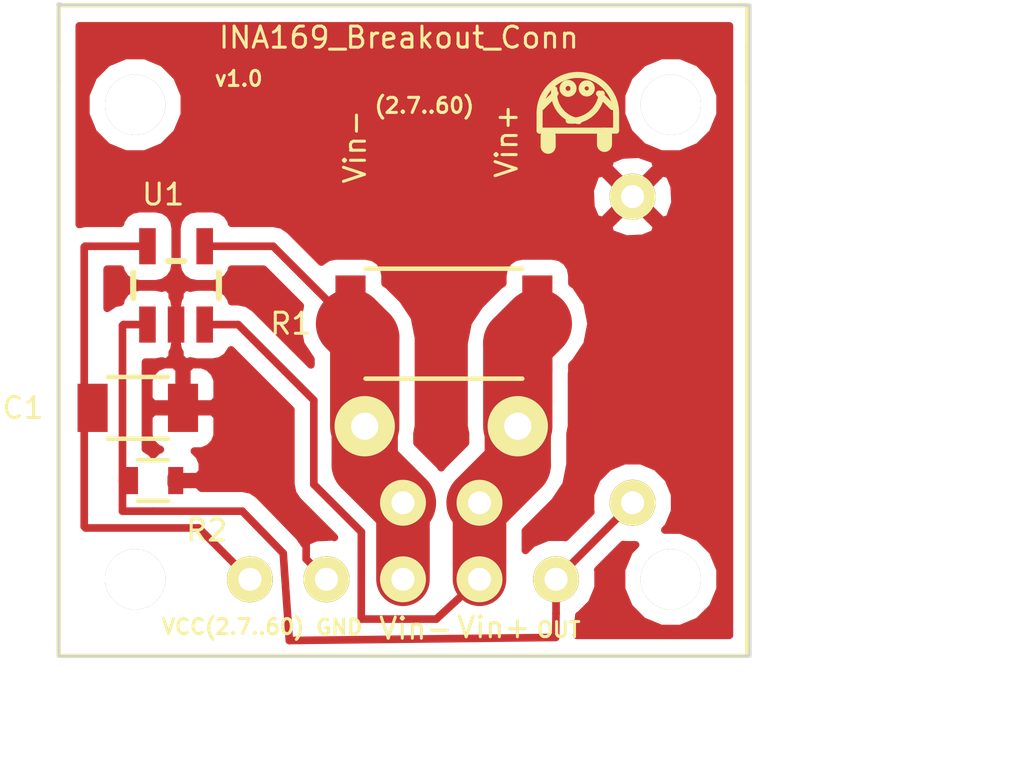
<source format=kicad_pcb>
(kicad_pcb (version 4) (host pcbnew "(2015-01-23 BZR 5386)-product")

  (general
    (links 17)
    (no_connects 0)
    (area 136.995699 93.465179 160.070001 115.218681)
    (thickness 1.6)
    (drawings 29)
    (tracks 51)
    (zones 0)
    (modules 5)
    (nets 6)
  )

  (page A4)
  (layers
    (0 F.Cu signal)
    (31 B.Cu signal)
    (32 B.Adhes user)
    (33 F.Adhes user)
    (34 B.Paste user)
    (35 F.Paste user)
    (36 B.SilkS user)
    (37 F.SilkS user)
    (38 B.Mask user)
    (39 F.Mask user)
    (40 Dwgs.User user)
    (41 Cmts.User user)
    (42 Eco1.User user)
    (43 Eco2.User user)
    (44 Edge.Cuts user)
    (45 Margin user)
    (46 B.CrtYd user)
    (47 F.CrtYd user)
    (48 B.Fab user)
    (49 F.Fab user)
  )

  (setup
    (last_trace_width 1.778)
    (user_trace_width 0.254)
    (user_trace_width 0.508)
    (user_trace_width 0.762)
    (user_trace_width 1.106)
    (user_trace_width 1.27)
    (user_trace_width 1.524)
    (user_trace_width 1.778)
    (trace_clearance 0.254)
    (zone_clearance 0.508)
    (zone_45_only no)
    (trace_min 0.254)
    (segment_width 0.2)
    (edge_width 0.1)
    (via_size 0.889)
    (via_drill 0.635)
    (via_min_size 0.889)
    (via_min_drill 0.508)
    (uvia_size 0.508)
    (uvia_drill 0.127)
    (uvias_allowed no)
    (uvia_min_size 0.508)
    (uvia_min_drill 0.127)
    (pcb_text_width 0.3)
    (pcb_text_size 1.5 1.5)
    (mod_edge_width 0.15)
    (mod_text_size 1 1)
    (mod_text_width 0.15)
    (pad_size 2 2)
    (pad_drill 0.9)
    (pad_to_mask_clearance 0)
    (aux_axis_origin 0 0)
    (visible_elements 7FFFFFFF)
    (pcbplotparams
      (layerselection 0x00030_80000001)
      (usegerberextensions false)
      (excludeedgelayer true)
      (linewidth 0.100000)
      (plotframeref false)
      (viasonmask false)
      (mode 1)
      (useauxorigin false)
      (hpglpennumber 1)
      (hpglpenspeed 20)
      (hpglpendiameter 15)
      (hpglpenoverlay 2)
      (psnegative false)
      (psa4output false)
      (plotreference true)
      (plotvalue true)
      (plotinvisibletext false)
      (padsonsilk false)
      (subtractmaskfromsilk false)
      (outputformat 1)
      (mirror false)
      (drillshape 0)
      (scaleselection 1)
      (outputdirectory ""))
  )

  (net 0 "")
  (net 1 "Net-(C1-Pad1)")
  (net 2 GND)
  (net 3 "Net-(J1-Pad3)")
  (net 4 "Net-(J1-Pad5)")
  (net 5 "Net-(J1-Pad4)")

  (net_class Default "Dies ist die voreingestellte Netzklasse."
    (clearance 0.254)
    (trace_width 0.254)
    (via_dia 0.889)
    (via_drill 0.635)
    (uvia_dia 0.508)
    (uvia_drill 0.127)
    (add_net GND)
    (add_net "Net-(C1-Pad1)")
    (add_net "Net-(J1-Pad4)")
    (add_net "Net-(J1-Pad5)")
  )

  (net_class Load ""
    (clearance 0.254)
    (trace_width 2.2)
    (via_dia 0.889)
    (via_drill 0.635)
    (uvia_dia 0.508)
    (uvia_drill 0.127)
    (add_net "Net-(J1-Pad3)")
  )

  (module ina169_breakout:ina169_breakout_footprint (layer F.Cu) (tedit 54E6413F) (tstamp 54E61CA1)
    (at 148.5011 105.0036)
    (path /54E30C13)
    (fp_text reference J1 (at -3.7211 -8.4836) (layer F.SilkS) hide
      (effects (font (size 1.5 1.5) (thickness 0.15)))
    )
    (fp_text value INA169_Breakout_Conn (at -0.137145 -10.35925) (layer F.SilkS)
      (effects (font (size 0.7 0.7) (thickness 0.1)))
    )
    (fp_line (start 11.43 10.16) (end -11.43 10.16) (layer F.SilkS) (width 0.15))
    (fp_line (start -11.43 -8.89) (end -11.43 -11.43) (layer F.SilkS) (width 0.15))
    (fp_line (start -11.43 -11.43) (end 11.43 -11.43) (layer F.SilkS) (width 0.15))
    (fp_line (start 11.43 -11.43) (end 11.43 -8.89) (layer F.SilkS) (width 0.15))
    (fp_line (start 11.43 -8.89) (end 11.43 -10.16) (layer F.SilkS) (width 0.15))
    (fp_line (start 11.43 10.16) (end 11.43 -8.89) (layer F.SilkS) (width 0.15))
    (fp_line (start -11.43 -8.89) (end -11.43 10.16) (layer F.SilkS) (width 0.15))
    (pad 5 thru_hole circle (at 7.62 5.08) (size 1.524 1.524) (drill 0.762) (layers *.Cu *.Mask F.SilkS)
      (net 4 "Net-(J1-Pad5)"))
    (pad 2 thru_hole circle (at 7.62 -5.08) (size 1.524 1.524) (drill 0.762) (layers *.Cu *.Mask F.SilkS)
      (net 2 GND))
    (pad 3 thru_hole circle (at -1.27 2.54) (size 2 2) (drill 0.9) (layers *.Cu *.Mask F.SilkS)
      (net 3 "Net-(J1-Pad3)"))
    (pad 4 thru_hole circle (at 3.81 2.54) (size 2 2) (drill 0.9) (layers *.Cu *.Mask F.SilkS)
      (net 5 "Net-(J1-Pad4)"))
    (pad 3 thru_hole circle (at 0 5.08) (size 1.524 1.524) (drill 0.762) (layers *.Cu *.Mask F.SilkS)
      (net 3 "Net-(J1-Pad3)"))
    (pad 4 thru_hole circle (at 2.54 5.08) (size 1.524 1.524) (drill 0.762) (layers *.Cu *.Mask F.SilkS)
      (net 5 "Net-(J1-Pad4)"))
    (pad 2 thru_hole circle (at -2.54 7.62) (size 1.524 1.524) (drill 0.762) (layers *.Cu *.Mask F.SilkS)
      (net 2 GND))
    (pad 1 thru_hole circle (at -5.08 7.62) (size 1.524 1.524) (drill 0.762) (layers *.Cu *.Mask F.SilkS)
      (net 1 "Net-(C1-Pad1)"))
    (pad 5 thru_hole circle (at 5.08 7.62) (size 1.524 1.524) (drill 0.762) (layers *.Cu *.Mask F.SilkS)
      (net 4 "Net-(J1-Pad5)"))
    (pad 4 thru_hole circle (at 2.54 7.62) (size 1.524 1.524) (drill 0.762) (layers *.Cu *.Mask F.SilkS)
      (net 5 "Net-(J1-Pad4)"))
    (pad 3 thru_hole circle (at 0 7.62) (size 1.524 1.524) (drill 0.762) (layers *.Cu *.Mask F.SilkS)
      (net 3 "Net-(J1-Pad3)"))
    (pad "" thru_hole circle (at -8.89 7.62) (size 2 2) (drill 2) (layers *.Cu *.Mask F.SilkS))
    (pad "" thru_hole circle (at 8.89 7.62) (size 2 2) (drill 2) (layers *.Cu *.Mask F.SilkS))
    (pad "" thru_hole circle (at -8.89 -8.128) (size 2 2) (drill 2) (layers *.Cu *.Mask F.SilkS))
    (pad "" thru_hole circle (at 8.89 -8.128) (size 2 2) (drill 2) (layers *.Cu *.Mask F.SilkS))
  )

  (module Resistors_SMD:R_2512 (layer F.Cu) (tedit 54E4D748) (tstamp 54E35950)
    (at 149.86 104.14 180)
    (descr "Resistor SMD 2512, reflow soldering, Vishay (see dcrcw.pdf)")
    (tags "resistor 2512")
    (path /54E30DE5)
    (attr smd)
    (fp_text reference R1 (at 5.08 0 180) (layer F.SilkS)
      (effects (font (size 0.7 0.7) (thickness 0.1)))
    )
    (fp_text value "0.1 1% 2W" (at 0 0 180) (layer F.SilkS) hide
      (effects (font (size 0.7 0.7) (thickness 0.1)))
    )
    (fp_line (start -3.9 -1.95) (end 3.9 -1.95) (layer F.CrtYd) (width 0.05))
    (fp_line (start -3.9 1.95) (end 3.9 1.95) (layer F.CrtYd) (width 0.05))
    (fp_line (start -3.9 -1.95) (end -3.9 1.95) (layer F.CrtYd) (width 0.05))
    (fp_line (start 3.9 -1.95) (end 3.9 1.95) (layer F.CrtYd) (width 0.05))
    (fp_line (start 2.6 1.825) (end -2.6 1.825) (layer F.SilkS) (width 0.15))
    (fp_line (start -2.6 -1.825) (end 2.6 -1.825) (layer F.SilkS) (width 0.15))
    (pad 1 smd rect (at -3.1 0 180) (size 1 3.2) (layers F.Cu F.Paste F.Mask)
      (net 5 "Net-(J1-Pad4)"))
    (pad 2 smd rect (at 3.1 0 180) (size 1 3.2) (layers F.Cu F.Paste F.Mask)
      (net 3 "Net-(J1-Pad3)"))
    (model Resistors_SMD/R_2512.wrl
      (at (xyz 0 0 0))
      (scale (xyz 1 1 1))
      (rotate (xyz 0 0 0))
    )
  )

  (module ina169_breakout:ina169_ic_sot23-5 (layer F.Cu) (tedit 54E64208) (tstamp 54E33BF8)
    (at 140.97 102.87)
    (descr "<b>Small Outline Transistor</b>")
    (path /54E31222)
    (fp_text reference U1 (at 0.337965 -3.427577) (layer F.SilkS)
      (effects (font (size 0.7 0.7) (thickness 0.1)) (justify right top))
    )
    (fp_text value INA169_IC (at 1.27 3.81) (layer F.SilkS) hide
      (effects (font (size 0.5 0.5) (thickness 0.1)) (justify right top))
    )
    (fp_line (start 1.4224 -0.4294) (end 1.4224 0.4294) (layer F.SilkS) (width 0.2032))
    (fp_line (start 1.4 0.8) (end -1.4 0.8) (layer Dwgs.User) (width 0.1524))
    (fp_line (start -1.4224 0.4294) (end -1.4224 -0.4294) (layer F.SilkS) (width 0.2032))
    (fp_line (start -1.4 -0.8) (end 1.4 -0.8) (layer Dwgs.User) (width 0.1524))
    (fp_line (start -0.2684 -0.8104) (end 0.2684 -0.8104) (layer F.SilkS) (width 0.2032))
    (fp_line (start 1.4 -0.8) (end 1.4 0.8) (layer Dwgs.User) (width 0.1524))
    (fp_line (start -1.4 -0.8) (end -1.4 0.8) (layer Dwgs.User) (width 0.1524))
    (fp_poly (pts (xy -1.2 1.5) (xy -0.7 1.5) (xy -0.7 0.85) (xy -1.2 0.85)) (layer Dwgs.User) (width 0.15))
    (fp_poly (pts (xy -0.25 1.5) (xy 0.25 1.5) (xy 0.25 0.85) (xy -0.25 0.85)) (layer Dwgs.User) (width 0.15))
    (fp_poly (pts (xy 0.7 1.5) (xy 1.2 1.5) (xy 1.2 0.85) (xy 0.7 0.85)) (layer Dwgs.User) (width 0.15))
    (fp_poly (pts (xy 0.7 -0.85) (xy 1.2 -0.85) (xy 1.2 -1.5) (xy 0.7 -1.5)) (layer Dwgs.User) (width 0.15))
    (fp_poly (pts (xy -1.2 -0.85) (xy -0.7 -0.85) (xy -0.7 -1.5) (xy -1.2 -1.5)) (layer Dwgs.User) (width 0.15))
    (pad 1 smd rect (at -0.95 1.3001) (size 0.55 1.2) (layers F.Cu F.Paste F.Mask)
      (net 4 "Net-(J1-Pad5)"))
    (pad 2 smd rect (at 0 1.3001) (size 0.55 1.2) (layers F.Cu F.Paste F.Mask)
      (net 2 GND))
    (pad 3 smd rect (at 0.95 1.3001) (size 0.55 1.2) (layers F.Cu F.Paste F.Mask)
      (net 5 "Net-(J1-Pad4)"))
    (pad 4 smd rect (at 0.95 -1.3001) (size 0.55 1.2) (layers F.Cu F.Paste F.Mask)
      (net 3 "Net-(J1-Pad3)"))
    (pad 5 smd rect (at -0.95 -1.3001) (size 0.55 1.2) (layers F.Cu F.Paste F.Mask)
      (net 1 "Net-(C1-Pad1)"))
  )

  (module Capacitors_SMD:C_1206 (layer F.Cu) (tedit 54E4D73A) (tstamp 54E35945)
    (at 139.7 106.934)
    (descr "Capacitor SMD 1206, reflow soldering, AVX (see smccp.pdf)")
    (tags "capacitor 1206")
    (path /54E30F8E)
    (attr smd)
    (fp_text reference C1 (at -3.81 0) (layer F.SilkS)
      (effects (font (size 0.7 0.7) (thickness 0.1)))
    )
    (fp_text value 0.1uF (at -2.54 -2.54) (layer F.SilkS) hide
      (effects (font (size 0.7 0.7) (thickness 0.1)))
    )
    (fp_line (start -2.3 -1.15) (end 2.3 -1.15) (layer F.CrtYd) (width 0.05))
    (fp_line (start -2.3 1.15) (end 2.3 1.15) (layer F.CrtYd) (width 0.05))
    (fp_line (start -2.3 -1.15) (end -2.3 1.15) (layer F.CrtYd) (width 0.05))
    (fp_line (start 2.3 -1.15) (end 2.3 1.15) (layer F.CrtYd) (width 0.05))
    (fp_line (start 1 -1.025) (end -1 -1.025) (layer F.SilkS) (width 0.15))
    (fp_line (start -1 1.025) (end 1 1.025) (layer F.SilkS) (width 0.15))
    (pad 1 smd rect (at -1.5 0) (size 1 1.6) (layers F.Cu F.Paste F.Mask)
      (net 1 "Net-(C1-Pad1)"))
    (pad 2 smd rect (at 1.5 0) (size 1 1.6) (layers F.Cu F.Paste F.Mask)
      (net 2 GND))
    (model Capacitors_SMD/C_1206.wrl
      (at (xyz 0 0 0))
      (scale (xyz 1 1 1))
      (rotate (xyz 0 0 0))
    )
  )

  (module Resistors_SMD:R_0603 (layer F.Cu) (tedit 54E6421D) (tstamp 54E3595B)
    (at 140.208 109.347)
    (descr "Resistor SMD 0603, reflow soldering, Vishay (see dcrcw.pdf)")
    (tags "resistor 0603")
    (path /54E30D69)
    (attr smd)
    (fp_text reference R2 (at 1.781023 1.656022) (layer F.SilkS)
      (effects (font (size 0.7 0.7) (thickness 0.1)))
    )
    (fp_text value "10K 1%" (at 0.33274 -3.20802 180) (layer F.SilkS) hide
      (effects (font (size 0.7 0.7) (thickness 0.1)))
    )
    (fp_line (start -1.3 -0.8) (end 1.3 -0.8) (layer F.CrtYd) (width 0.05))
    (fp_line (start -1.3 0.8) (end 1.3 0.8) (layer F.CrtYd) (width 0.05))
    (fp_line (start -1.3 -0.8) (end -1.3 0.8) (layer F.CrtYd) (width 0.05))
    (fp_line (start 1.3 -0.8) (end 1.3 0.8) (layer F.CrtYd) (width 0.05))
    (fp_line (start 0.5 0.675) (end -0.5 0.675) (layer F.SilkS) (width 0.15))
    (fp_line (start -0.5 -0.675) (end 0.5 -0.675) (layer F.SilkS) (width 0.15))
    (pad 1 smd rect (at -0.75 0) (size 0.5 0.9) (layers F.Cu F.Paste F.Mask)
      (net 4 "Net-(J1-Pad5)"))
    (pad 2 smd rect (at 0.75 0) (size 0.5 0.9) (layers F.Cu F.Paste F.Mask)
      (net 2 GND))
    (model Resistors_SMD/R_0603.wrl
      (at (xyz 0 0 0))
      (scale (xyz 1 1 1))
      (rotate (xyz 0 0 0))
    )
  )

  (gr_text Vin+ (at 151.938991 98.078265 90) (layer F.SilkS)
    (effects (font (size 0.7 0.7) (thickness 0.1)))
  )
  (gr_text Vin- (at 146.905717 98.266425 90) (layer F.SilkS)
    (effects (font (size 0.7 0.7) (thickness 0.1)))
  )
  (gr_line (start 137.07364 93.51518) (end 137.07364 115.16868) (angle 90) (layer Edge.Cuts) (width 0.1))
  (gr_line (start 160.02 93.57106) (end 160.02 115.16868) (angle 90) (layer Edge.Cuts) (width 0.1))
  (gr_line (start 137.16 93.54312) (end 137.0457 93.54312) (angle 90) (layer Edge.Cuts) (width 0.1))
  (gr_line (start 160.02 115.16868) (end 137.16 115.16868) (angle 90) (layer Edge.Cuts) (width 0.1))
  (gr_line (start 137.07364 93.57106) (end 160.02 93.57106) (angle 90) (layer Edge.Cuts) (width 0.1))
  (dimension 22.931388 (width 0.3) (layer B.Fab)
    (gr_text "22,931 mm" (at 148.484532 119.46) (layer B.Fab)
      (effects (font (size 1.5 1.5) (thickness 0.3)))
    )
    (feature1 (pts (xy 159.950226 115.112529) (xy 159.950226 120.81)))
    (feature2 (pts (xy 137.018838 115.112529) (xy 137.018838 120.81)))
    (crossbar (pts (xy 137.018838 118.11) (xy 159.950226 118.11)))
    (arrow1a (pts (xy 159.950226 118.11) (xy 158.823722 118.696421)))
    (arrow1b (pts (xy 159.950226 118.11) (xy 158.823722 117.523579)))
    (arrow2a (pts (xy 137.018838 118.11) (xy 138.145342 118.696421)))
    (arrow2b (pts (xy 137.018838 118.11) (xy 138.145342 117.523579)))
  )
  (dimension 21.564616 (width 0.3) (layer B.Fab) (tstamp 54E3B59A)
    (gr_text "21,565 mm" (at 162.56 104.14 270) (layer B.Fab) (tstamp 54E3B59B)
      (effects (font (size 1.5 1.5) (thickness 0.3)))
    )
    (feature1 (pts (xy 159.988192 115.112529) (xy 167.799999 115.112529)))
    (feature2 (pts (xy 159.988192 93.547913) (xy 167.799999 93.547913)))
    (crossbar (pts (xy 165.099999 93.547913) (xy 165.099999 115.112529)))
    (arrow1a (pts (xy 165.099999 115.112529) (xy 164.513578 113.986025)))
    (arrow1b (pts (xy 165.099999 115.112529) (xy 165.68642 113.986025)))
    (arrow2a (pts (xy 165.099999 93.547913) (xy 164.513578 94.674417)))
    (arrow2b (pts (xy 165.099999 93.547913) (xy 165.68642 94.674417)))
  )
  (gr_text v1.0 (at 143.048443 96.008508) (layer F.SilkS)
    (effects (font (size 0.5 0.5) (thickness 0.1)))
  )
  (gr_text "(2.7..60)" (at 149.210674 96.902266) (layer F.SilkS)
    (effects (font (size 0.5 0.5) (thickness 0.1)))
  )
  (gr_line (start 153.56332 96.4946) (end 153.09596 96.96196) (angle 90) (layer F.SilkS) (width 0.2))
  (gr_line (start 155.00604 96.50476) (end 155.45308 96.9518) (angle 90) (layer F.SilkS) (width 0.2) (tstamp 54E39316))
  (gr_circle (center 153.97988 96.33204) (end 154.14244 96.41332) (layer F.SilkS) (width 0.2))
  (gr_circle (center 154.59964 96.33204) (end 154.68932 96.47428) (layer F.SilkS) (width 0.2) (tstamp 54E3939A))
  (gr_arc (start 154.4574 96.48444) (end 154.33548 97.41916) (angle 90) (layer F.SilkS) (width 0.2))
  (gr_arc (start 154.1018 96.40316) (end 155.09748 96.50476) (angle 90) (layer F.SilkS) (width 0.2))
  (gr_line (start 155.18892 98.19132) (end 155.18892 97.8822) (angle 90) (layer F.SilkS) (width 0.5) (tstamp 54E39370))
  (gr_line (start 153.31948 98.25228) (end 153.31948 97.92284) (angle 90) (layer F.SilkS) (width 0.5))
  (gr_line (start 155.575 97.73412) (end 155.575 97.155) (angle 90) (layer F.SilkS) (width 0.2))
  (gr_line (start 153.035 97.73412) (end 155.575 97.73412) (angle 90) (layer F.SilkS) (width 0.2))
  (gr_line (start 153.035 97.155) (end 153.035 97.73412) (angle 90) (layer F.SilkS) (width 0.2))
  (gr_arc (start 154.305 97.155) (end 153.035 97.155) (angle 90) (layer F.SilkS) (width 0.2))
  (gr_arc (start 154.305 97.155) (end 154.305 95.885) (angle 90) (layer F.SilkS) (width 0.2))
  (gr_text Vin+ (at 151.515631 114.212963) (layer F.SilkS)
    (effects (font (size 0.7 0.7) (thickness 0.1)))
  )
  (gr_text Vin- (at 148.928435 114.260002) (layer F.SilkS)
    (effects (font (size 0.7 0.7) (thickness 0.1)))
  )
  (gr_text OUT (at 153.67 114.3) (layer F.SilkS)
    (effects (font (size 0.5 0.5) (thickness 0.1)))
  )
  (gr_text GND (at 146.388278 114.212963) (layer F.SilkS)
    (effects (font (size 0.5 0.5) (thickness 0.1)))
  )
  (gr_text "VCC(2.7..60)" (at 142.865583 114.201348) (layer F.SilkS)
    (effects (font (size 0.5 0.5) (thickness 0.1)))
  )

  (segment (start 140.02 101.5699) (end 137.9521 101.5699) (width 0.254) (layer F.Cu) (net 1))
  (segment (start 137.922 101.6) (end 137.922 106.172) (width 0.254) (layer F.Cu) (net 1) (tstamp 54E70917))
  (segment (start 137.9521 101.5699) (end 137.922 101.6) (width 0.254) (layer F.Cu) (net 1) (tstamp 54E70911))
  (segment (start 137.922 106.172) (end 138.2 106.934) (width 0.254) (layer F.Cu) (net 1) (tstamp 54E7091E))
  (segment (start 141.7179 110.9204) (end 137.9714 110.9204) (width 0.254) (layer F.Cu) (net 1))
  (segment (start 143.4211 112.6236) (end 141.7179 110.9204) (width 0.254) (layer F.Cu) (net 1) (tstamp 54E64050))
  (segment (start 137.922 110.871) (end 137.922 107.696) (width 0.254) (layer F.Cu) (net 1) (tstamp 54E70903))
  (segment (start 137.9714 110.9204) (end 137.922 110.871) (width 0.254) (layer F.Cu) (net 1) (tstamp 54E70900))
  (segment (start 137.922 107.696) (end 138.2 106.934) (width 0.254) (layer F.Cu) (net 1) (tstamp 54E70908))
  (segment (start 140.015572 101.574328) (end 140.02 101.5699) (width 0.254) (layer F.Cu) (net 1) (tstamp 54E70884))
  (segment (start 145.288 110.744) (end 145.288 110.363) (width 0.254) (layer F.Cu) (net 2))
  (segment (start 143.891 108.966) (end 143.891 106.565) (width 0.254) (layer F.Cu) (net 2) (tstamp 54E70484))
  (segment (start 145.288 110.363) (end 143.891 108.966) (width 0.254) (layer F.Cu) (net 2) (tstamp 54E70483))
  (segment (start 142.621 106.565) (end 143.891 106.565) (width 0.254) (layer F.Cu) (net 2) (status 10))
  (segment (start 145.288 111.9505) (end 145.9611 112.6236) (width 0.254) (layer F.Cu) (net 2) (tstamp 54E703C5))
  (segment (start 145.288 110.744) (end 145.288 111.9505) (width 0.254) (layer F.Cu) (net 2) (tstamp 54E70481))
  (segment (start 147.2311 104.6111) (end 146.76 104.14) (width 0.254) (layer F.Cu) (net 3) (tstamp 54E62709))
  (segment (start 144.1899 101.5699) (end 146.76 104.14) (width 0.254) (layer F.Cu) (net 3) (tstamp 54E63B2F))
  (segment (start 141.92 101.5699) (end 144.1899 101.5699) (width 0.254) (layer F.Cu) (net 3))
  (segment (start 147.2311 104.6111) (end 146.76 104.14) (width 2.3) (layer F.Cu) (net 3) (tstamp 54E63EEB))
  (segment (start 147.2311 107.5436) (end 147.2311 104.6111) (width 2.3) (layer F.Cu) (net 3))
  (segment (start 147.2311 108.8136) (end 148.5011 110.0836) (width 2.2) (layer F.Cu) (net 3) (tstamp 54E63F39))
  (segment (start 147.2311 107.5436) (end 147.2311 108.8136) (width 2.2) (layer F.Cu) (net 3))
  (segment (start 148.5011 112.6236) (end 148.5011 110.0836) (width 1.778) (layer F.Cu) (net 3))
  (segment (start 139.458 109.347) (end 139.192 109.347) (width 0.254) (layer F.Cu) (net 4))
  (segment (start 140.02 104.1701) (end 139.2221 104.1701) (width 0.254) (layer F.Cu) (net 4))
  (segment (start 139.192 110.363) (end 140.213 110.363) (width 0.254) (layer F.Cu) (net 4) (tstamp 54E70846))
  (segment (start 139.192 104.2002) (end 139.192 109.347) (width 0.254) (layer F.Cu) (net 4) (tstamp 54E7083D))
  (segment (start 139.192 109.347) (end 139.192 110.363) (width 0.254) (layer F.Cu) (net 4) (tstamp 54E7086A))
  (segment (start 139.2221 104.1701) (end 139.192 104.2002) (width 0.254) (layer F.Cu) (net 4) (tstamp 54E7083A))
  (segment (start 140.213 110.363) (end 143.167295 110.363) (width 0.254) (layer F.Cu) (net 4) (tstamp 54E707E7))
  (segment (start 153.5811 113.7539) (end 153.5811 112.6236) (width 0.254) (layer F.Cu) (net 4) (tstamp 54E701E4))
  (segment (start 143.167295 110.363) (end 144.526 111.76) (width 0.254) (layer F.Cu) (net 4) (tstamp 54E707ED))
  (segment (start 144.526 111.76) (end 144.7292 114.6556) (width 0.254) (layer F.Cu) (net 4) (tstamp 54E701D7))
  (segment (start 144.7292 114.6556) (end 153.5684 114.554) (width 0.254) (layer F.Cu) (net 4) (tstamp 54E701DB))
  (segment (start 153.5684 114.554) (end 153.5811 113.7539) (width 0.254) (layer F.Cu) (net 4) (tstamp 54E701DE))
  (segment (start 153.5811 112.6236) (end 156.1211 110.0836) (width 0.254) (layer F.Cu) (net 4))
  (segment (start 143.0321 104.1701) (end 145.542 106.68) (width 0.254) (layer F.Cu) (net 5) (tstamp 54E7048B))
  (segment (start 145.542 106.68) (end 145.542 109.474) (width 0.254) (layer F.Cu) (net 5) (tstamp 54E70491))
  (segment (start 145.542 109.474) (end 147.120098 111.052098) (width 0.254) (layer F.Cu) (net 5) (tstamp 54E70493))
  (segment (start 147.120098 111.052098) (end 147.1168 113.9444) (width 0.254) (layer F.Cu) (net 5) (tstamp 54E70495))
  (segment (start 141.92 104.1701) (end 143.0321 104.1701) (width 0.254) (layer F.Cu) (net 5))
  (segment (start 149.606 113.9444) (end 151.0411 112.6236) (width 0.254) (layer F.Cu) (net 5) (tstamp 54E704F3) (status 800000))
  (segment (start 147.1168 113.9444) (end 149.606 113.9444) (width 0.254) (layer F.Cu) (net 5) (tstamp 54E704EF))
  (segment (start 151.13 109.9947) (end 151.0411 110.0836) (width 0.254) (layer F.Cu) (net 5) (tstamp 54E61D15))
  (segment (start 151.0411 112.6236) (end 151.0411 110.0836) (width 1.778) (layer F.Cu) (net 5))
  (segment (start 152.3111 108.8136) (end 151.0411 110.0836) (width 2.2) (layer F.Cu) (net 5) (tstamp 54E6249B))
  (segment (start 152.3111 107.5436) (end 152.3111 108.8136) (width 2.2) (layer F.Cu) (net 5))
  (segment (start 152.3111 104.7889) (end 152.96 104.14) (width 0.254) (layer F.Cu) (net 5) (tstamp 54E62705))
  (segment (start 152.3111 104.7889) (end 152.96 104.14) (width 2.3) (layer F.Cu) (net 5) (tstamp 54E63EE5))
  (segment (start 152.3111 107.5436) (end 152.3111 104.7889) (width 2.3) (layer F.Cu) (net 5))

  (zone (net 2) (net_name GND) (layer F.Cu) (tstamp 54E362A9) (hatch edge 0.508)
    (connect_pads (clearance 0.508))
    (min_thickness 0.254)
    (fill yes (arc_segments 16) (thermal_gap 0.508) (thermal_bridge_width 0.508))
    (polygon
      (pts
        (xy 137.322565 94.003503) (xy 159.646499 94.041469) (xy 159.646499 114.770836) (xy 137.360531 114.808802)
      )
    )
    (filled_polygon
      (pts
        (xy 146.154847 112.637742) (xy 145.975242 112.817347) (xy 145.9611 112.803205) (xy 145.946957 112.817347) (xy 145.767352 112.637742)
        (xy 145.781495 112.6236) (xy 145.767352 112.609457) (xy 145.946957 112.429852) (xy 145.9611 112.443995) (xy 145.975242 112.429852)
        (xy 146.154847 112.609457) (xy 146.140705 112.6236) (xy 146.154847 112.637742)
      )
    )
    (filled_polygon
      (pts
        (xy 159.335 114.48368) (xy 154.264169 114.48368) (xy 154.338107 113.840989) (xy 154.33663 113.822977) (xy 154.371403 113.80861)
        (xy 154.764729 113.41597) (xy 154.977857 112.9027) (xy 154.978342 112.346939) (xy 154.965784 112.316546) (xy 155.813717 111.468613)
        (xy 155.842 111.480357) (xy 156.221747 111.480688) (xy 156.005822 111.696237) (xy 155.756384 112.296952) (xy 155.755816 112.947395)
        (xy 156.004206 113.548543) (xy 156.463737 114.008878) (xy 157.064452 114.258316) (xy 157.714895 114.258884) (xy 158.316043 114.010494)
        (xy 158.776378 113.550963) (xy 159.025816 112.950248) (xy 159.026384 112.299805) (xy 159.026384 96.551805) (xy 158.777994 95.950657)
        (xy 158.318463 95.490322) (xy 157.717748 95.240884) (xy 157.067305 95.240316) (xy 156.466157 95.488706) (xy 156.005822 95.948237)
        (xy 155.756384 96.548952) (xy 155.755816 97.199395) (xy 156.004206 97.800543) (xy 156.463737 98.260878) (xy 157.064452 98.510316)
        (xy 157.714895 98.510884) (xy 158.316043 98.262494) (xy 158.776378 97.802963) (xy 159.025816 97.202248) (xy 159.026384 96.551805)
        (xy 159.026384 112.299805) (xy 158.777994 111.698657) (xy 158.318463 111.238322) (xy 157.717748 110.988884) (xy 157.530244 110.988719)
        (xy 157.530244 100.131298) (xy 157.502462 99.576232) (xy 157.343497 99.192457) (xy 157.101313 99.122992) (xy 156.921708 99.302597)
        (xy 156.921708 98.943387) (xy 156.852243 98.701203) (xy 156.328798 98.514456) (xy 155.773732 98.542238) (xy 155.389957 98.701203)
        (xy 155.320492 98.943387) (xy 156.1211 99.743995) (xy 156.921708 98.943387) (xy 156.921708 99.302597) (xy 156.300705 99.9236)
        (xy 157.101313 100.724208) (xy 157.343497 100.654743) (xy 157.530244 100.131298) (xy 157.530244 110.988719) (xy 157.192077 110.988424)
        (xy 157.304729 110.87597) (xy 157.517857 110.3627) (xy 157.518342 109.806939) (xy 157.30611 109.293297) (xy 156.921708 108.908223)
        (xy 156.921708 100.903813) (xy 156.1211 100.103205) (xy 155.941495 100.28281) (xy 155.941495 99.9236) (xy 155.140887 99.122992)
        (xy 154.898703 99.192457) (xy 154.711956 99.715902) (xy 154.739738 100.270968) (xy 154.898703 100.654743) (xy 155.140887 100.724208)
        (xy 155.941495 99.9236) (xy 155.941495 100.28281) (xy 155.320492 100.903813) (xy 155.389957 101.145997) (xy 155.913402 101.332744)
        (xy 156.468468 101.304962) (xy 156.852243 101.145997) (xy 156.921708 100.903813) (xy 156.921708 108.908223) (xy 156.91347 108.899971)
        (xy 156.4002 108.686843) (xy 155.844439 108.686358) (xy 155.330797 108.89859) (xy 154.937471 109.29123) (xy 154.724343 109.8045)
        (xy 154.723858 110.360261) (xy 154.736415 110.390653) (xy 153.888482 111.238586) (xy 153.8602 111.226843) (xy 153.304439 111.226358)
        (xy 152.790797 111.43859) (xy 152.5651 111.663893) (xy 152.5651 111.01326) (xy 153.53793 110.04043) (xy 153.914031 109.477556)
        (xy 154.046099 108.8136) (xy 154.0461 108.8136) (xy 154.0461 107.794967) (xy 154.0961 107.5436) (xy 154.0961 105.796547)
        (xy 154.10744 105.74) (xy 154.10744 105.516931) (xy 154.222185 105.402186) (xy 154.609125 104.82309) (xy 154.745 104.14)
        (xy 154.609125 103.45691) (xy 154.222185 102.877815) (xy 154.10744 102.801144) (xy 154.10744 102.54) (xy 154.060463 102.297877)
        (xy 153.920673 102.085073) (xy 153.70964 101.942623) (xy 153.46 101.89256) (xy 152.46 101.89256) (xy 152.217877 101.939537)
        (xy 152.005073 102.079327) (xy 151.862623 102.29036) (xy 151.81256 102.54) (xy 151.81256 102.801144) (xy 151.697814 102.877815)
        (xy 151.048914 103.526714) (xy 150.661975 104.10581) (xy 150.526099 104.7889) (xy 150.5261 104.788905) (xy 150.5261 107.5436)
        (xy 150.5761 107.794967) (xy 150.5761 108.09494) (xy 149.81427 108.85677) (xy 149.7711 108.921378) (xy 149.72793 108.85677)
        (xy 148.9661 108.09494) (xy 148.9661 107.794967) (xy 149.0161 107.5436) (xy 149.0161 104.611105) (xy 149.0161 104.6111)
        (xy 149.016101 104.6111) (xy 148.880225 103.92801) (xy 148.493286 103.348914) (xy 148.022186 102.877814) (xy 147.90744 102.801143)
        (xy 147.90744 102.54) (xy 147.860463 102.297877) (xy 147.720673 102.085073) (xy 147.50964 101.942623) (xy 147.26 101.89256)
        (xy 146.26 101.89256) (xy 146.017877 101.939537) (xy 145.805073 102.079327) (xy 145.793742 102.096112) (xy 144.728715 101.031085)
        (xy 144.481505 100.865904) (xy 144.1899 100.8079) (xy 142.811008 100.8079) (xy 142.795463 100.727777) (xy 142.655673 100.514973)
        (xy 142.44464 100.372523) (xy 142.195 100.32246) (xy 141.645 100.32246) (xy 141.402877 100.369437) (xy 141.246384 100.472236)
        (xy 141.246384 96.551805) (xy 140.997994 95.950657) (xy 140.538463 95.490322) (xy 139.937748 95.240884) (xy 139.287305 95.240316)
        (xy 138.686157 95.488706) (xy 138.225822 95.948237) (xy 137.976384 96.548952) (xy 137.975816 97.199395) (xy 138.224206 97.800543)
        (xy 138.683737 98.260878) (xy 139.284452 98.510316) (xy 139.934895 98.510884) (xy 140.536043 98.262494) (xy 140.996378 97.802963)
        (xy 141.245816 97.202248) (xy 141.246384 96.551805) (xy 141.246384 100.472236) (xy 141.190073 100.509227) (xy 141.047623 100.72026)
        (xy 140.99756 100.9699) (xy 140.99756 102.1699) (xy 141.044537 102.412023) (xy 141.184327 102.624827) (xy 141.39536 102.767277)
        (xy 141.645 102.81734) (xy 142.195 102.81734) (xy 142.437123 102.770363) (xy 142.649927 102.630573) (xy 142.792377 102.41954)
        (xy 142.809952 102.3319) (xy 143.874269 102.3319) (xy 145.092359 103.54999) (xy 144.974999 104.14) (xy 145.110875 104.82309)
        (xy 145.4461 105.32479) (xy 145.4461 105.506469) (xy 143.570915 103.631285) (xy 143.323705 103.466104) (xy 143.0321 103.4081)
        (xy 142.811008 103.4081) (xy 142.795463 103.327977) (xy 142.655673 103.115173) (xy 142.44464 102.972723) (xy 142.195 102.92266)
        (xy 141.645 102.92266) (xy 141.438161 102.962791) (xy 141.371309 102.9351) (xy 141.25575 102.9351) (xy 141.097 103.09385)
        (xy 141.097 103.24731) (xy 141.047623 103.32046) (xy 140.99756 103.5701) (xy 140.99756 104.7701) (xy 141.044537 105.012223)
        (xy 141.097 105.092088) (xy 141.097 105.24635) (xy 141.25575 105.4051) (xy 141.371309 105.4051) (xy 141.440354 105.3765)
        (xy 141.645 105.41754) (xy 142.195 105.41754) (xy 142.437123 105.370563) (xy 142.649927 105.230773) (xy 142.792377 105.01974)
        (xy 142.794336 105.009967) (xy 144.78 106.99563) (xy 144.78 109.474) (xy 144.838004 109.765605) (xy 145.003185 110.012815)
        (xy 146.224807 111.234438) (xy 146.168798 111.214456) (xy 145.613732 111.242238) (xy 145.229957 111.401203) (xy 145.215879 111.450284)
        (xy 145.214981 111.448899) (xy 145.20556 111.415264) (xy 145.134669 111.325011) (xy 145.07225 111.228724) (xy 143.713545 109.831724)
        (xy 143.709104 109.828667) (xy 143.70611 109.824185) (xy 143.58682 109.744477) (xy 143.468654 109.663124) (xy 143.463382 109.661999)
        (xy 143.4589 109.659004) (xy 143.318169 109.63101) (xy 143.177883 109.601074) (xy 143.172583 109.602051) (xy 143.167295 109.601)
        (xy 142.335 109.601) (xy 141.81125 109.601) (xy 141.68425 109.474) (xy 141.083 109.474) (xy 141.083 109.494)
        (xy 140.833 109.494) (xy 140.833 109.474) (xy 140.811 109.474) (xy 140.811 109.22) (xy 140.833 109.22)
        (xy 140.833 109.2) (xy 141.083 109.2) (xy 141.083 109.22) (xy 141.68425 109.22) (xy 141.843 109.06125)
        (xy 141.843 109.023309) (xy 141.843 108.77069) (xy 141.746327 108.537301) (xy 141.578025 108.369) (xy 141.826309 108.369)
        (xy 142.059698 108.272327) (xy 142.238327 108.093699) (xy 142.335 107.86031) (xy 142.335 107.607691) (xy 142.335 107.21975)
        (xy 142.335 106.64825) (xy 142.335 106.260309) (xy 142.335 106.00769) (xy 142.238327 105.774301) (xy 142.059698 105.595673)
        (xy 141.826309 105.499) (xy 141.48575 105.499) (xy 141.327 105.65775) (xy 141.327 106.807) (xy 142.17625 106.807)
        (xy 142.335 106.64825) (xy 142.335 107.21975) (xy 142.17625 107.061) (xy 141.327 107.061) (xy 141.327 107.081)
        (xy 141.073 107.081) (xy 141.073 107.061) (xy 141.073 106.807) (xy 141.073 105.65775) (xy 140.91425 105.499)
        (xy 140.573691 105.499) (xy 140.340302 105.595673) (xy 140.161673 105.774301) (xy 140.065 106.00769) (xy 140.065 106.260309)
        (xy 140.065 106.64825) (xy 140.22375 106.807) (xy 141.073 106.807) (xy 141.073 107.061) (xy 140.22375 107.061)
        (xy 140.065 107.21975) (xy 140.065 107.607691) (xy 140.065 107.86031) (xy 140.161673 108.093699) (xy 140.340302 108.272327)
        (xy 140.44853 108.317156) (xy 140.348302 108.358673) (xy 140.206823 108.50015) (xy 140.168673 108.442073) (xy 139.95764 108.299623)
        (xy 139.954 108.298893) (xy 139.954 105.41754) (xy 140.295 105.41754) (xy 140.501838 105.377408) (xy 140.568691 105.4051)
        (xy 140.68425 105.4051) (xy 140.843 105.24635) (xy 140.843 105.092889) (xy 140.892377 105.01974) (xy 140.94244 104.7701)
        (xy 140.94244 103.5701) (xy 140.895463 103.327977) (xy 140.843 103.248111) (xy 140.843 103.09385) (xy 140.68425 102.9351)
        (xy 140.568691 102.9351) (xy 140.499645 102.963699) (xy 140.295 102.92266) (xy 139.745 102.92266) (xy 139.502877 102.969637)
        (xy 139.290073 103.109427) (xy 139.147623 103.32046) (xy 139.126223 103.427171) (xy 138.930495 103.466104) (xy 138.684 103.630807)
        (xy 138.684 102.3319) (xy 139.128991 102.3319) (xy 139.144537 102.412023) (xy 139.284327 102.624827) (xy 139.49536 102.767277)
        (xy 139.745 102.81734) (xy 140.295 102.81734) (xy 140.537123 102.770363) (xy 140.749927 102.630573) (xy 140.892377 102.41954)
        (xy 140.94244 102.1699) (xy 140.94244 100.9699) (xy 140.895463 100.727777) (xy 140.755673 100.514973) (xy 140.54464 100.372523)
        (xy 140.295 100.32246) (xy 139.745 100.32246) (xy 139.502877 100.369437) (xy 139.290073 100.509227) (xy 139.147623 100.72026)
        (xy 139.130047 100.8079) (xy 137.9521 100.8079) (xy 137.75864 100.846381) (xy 137.75864 94.25606) (xy 159.335 94.25606)
        (xy 159.335 114.48368)
      )
    )
  )
)

</source>
